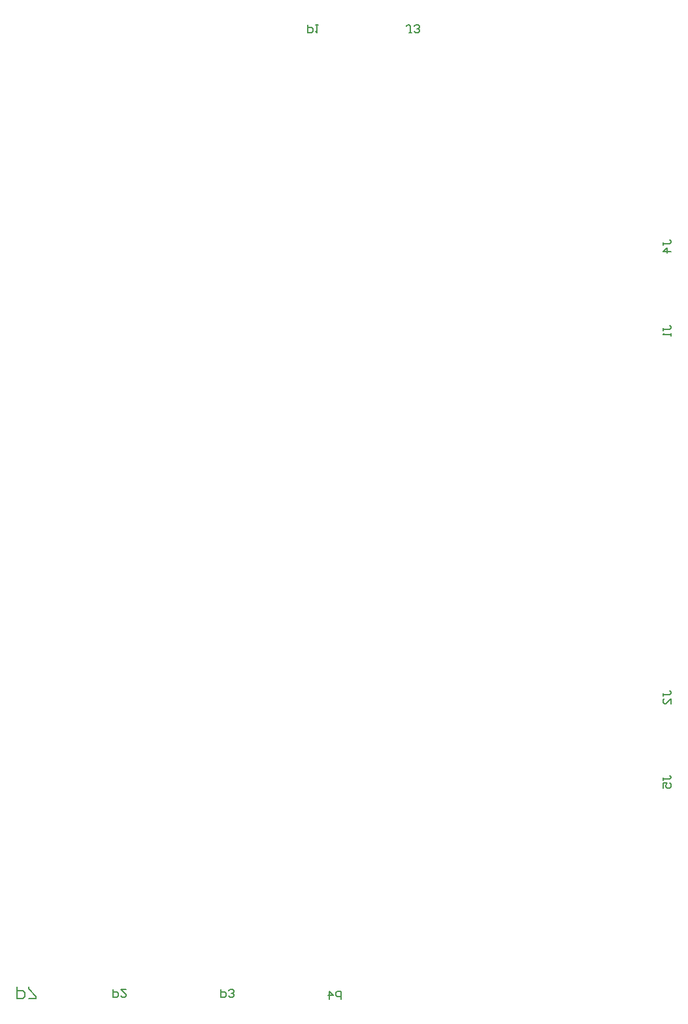
<source format=gbr>
%TF.GenerationSoftware,Altium Limited,Altium Designer,21.6.4 (81)*%
G04 Layer_Color=32768*
%FSLAX43Y43*%
%MOMM*%
%TF.SameCoordinates,51A45B19-5AA5-45A3-BC04-4EA5AD39BA57*%
%TF.FilePolarity,Positive*%
%TF.FileFunction,Other,Bottom_Designator*%
%TF.Part,Single*%
G01*
G75*
%TA.AperFunction,NonConductor*%
%ADD49C,0.150*%
D49*
X161885Y129500D02*
X161552D01*
X161719D01*
Y130333D01*
X161552Y130500D01*
X161386D01*
X161219Y130333D01*
X162219Y129667D02*
X162385Y129500D01*
X162718D01*
X162885Y129667D01*
Y129833D01*
X162718Y130000D01*
X162552D01*
X162718D01*
X162885Y130167D01*
Y130333D01*
X162718Y130500D01*
X162385D01*
X162219Y130333D01*
X110764Y5876D02*
Y4376D01*
X111514D01*
X111764Y4626D01*
Y5126D01*
X111514Y5376D01*
X110764D01*
X112264Y4376D02*
X113264D01*
Y4626D01*
X112264Y5626D01*
Y5876D01*
X194500Y32591D02*
Y32925D01*
Y32758D01*
X195333D01*
X195500Y32925D01*
Y33091D01*
X195333Y33258D01*
X194500Y31592D02*
Y32258D01*
X195000D01*
X194833Y31925D01*
Y31758D01*
X195000Y31592D01*
X195333D01*
X195500Y31758D01*
Y32092D01*
X195333Y32258D01*
X194500Y101981D02*
Y102314D01*
Y102147D01*
X195333D01*
X195500Y102314D01*
Y102481D01*
X195333Y102647D01*
X195500Y101148D02*
X194500D01*
X195000Y101648D01*
Y100981D01*
X194500Y43561D02*
Y43894D01*
Y43727D01*
X195333D01*
X195500Y43894D01*
Y44061D01*
X195333Y44227D01*
X195500Y42561D02*
Y43228D01*
X194833Y42561D01*
X194667D01*
X194500Y42728D01*
Y43061D01*
X194667Y43228D01*
X194500Y90892D02*
Y91225D01*
Y91058D01*
X195333D01*
X195500Y91225D01*
Y91392D01*
X195333Y91558D01*
X195500Y90559D02*
Y90225D01*
Y90392D01*
X194500D01*
X194667Y90559D01*
X148432Y130500D02*
Y129500D01*
X148931D01*
X149098Y129667D01*
Y130000D01*
X148931Y130167D01*
X148432D01*
X149431Y130500D02*
X149764D01*
X149598D01*
Y129500D01*
X149431Y129667D01*
X137216Y5500D02*
Y4500D01*
X137716D01*
X137882Y4667D01*
Y5000D01*
X137716Y5167D01*
X137216D01*
X138216Y4667D02*
X138382Y4500D01*
X138715D01*
X138882Y4667D01*
Y4833D01*
X138715Y5000D01*
X138549D01*
X138715D01*
X138882Y5167D01*
Y5333D01*
X138715Y5500D01*
X138382D01*
X138216Y5333D01*
X123246Y5500D02*
Y4500D01*
X123746D01*
X123912Y4667D01*
Y5000D01*
X123746Y5167D01*
X123246D01*
X124912Y5500D02*
X124246D01*
X124912Y4833D01*
Y4667D01*
X124745Y4500D01*
X124412D01*
X124246Y4667D01*
X152725Y4280D02*
Y5280D01*
X152225D01*
X152059Y5113D01*
Y4780D01*
X152225Y4613D01*
X152725D01*
X151226Y4280D02*
Y5280D01*
X151725Y4780D01*
X151059D01*
%TF.MD5,ee86a332e741dd0486213ebaedc8d9e9*%
M02*

</source>
